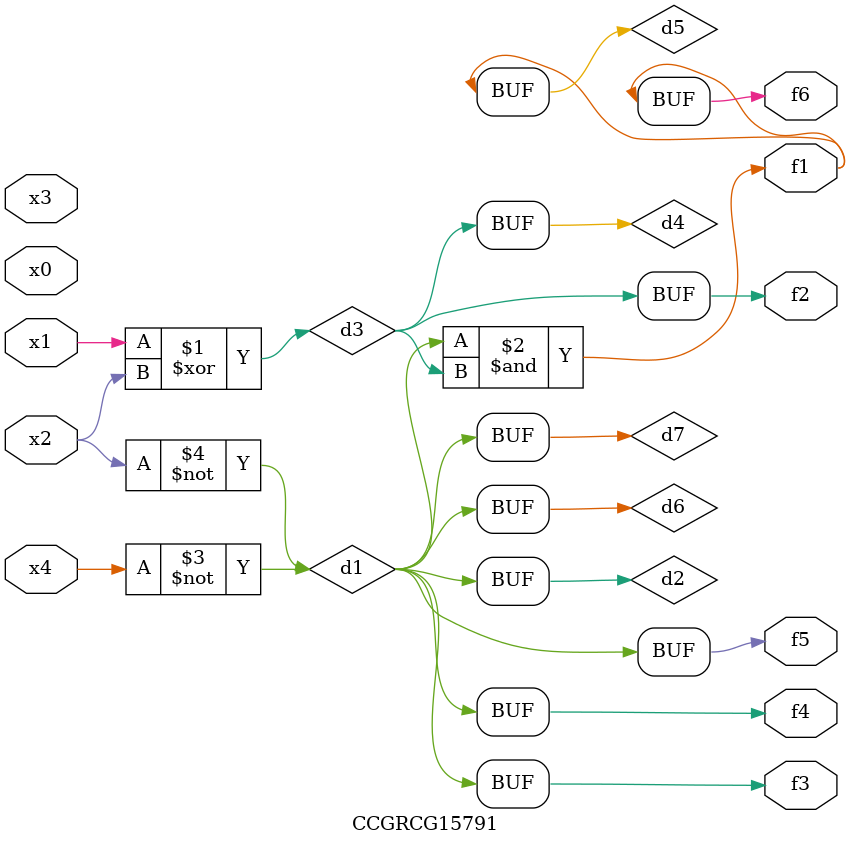
<source format=v>
module CCGRCG15791(
	input x0, x1, x2, x3, x4,
	output f1, f2, f3, f4, f5, f6
);

	wire d1, d2, d3, d4, d5, d6, d7;

	not (d1, x4);
	not (d2, x2);
	xor (d3, x1, x2);
	buf (d4, d3);
	and (d5, d1, d3);
	buf (d6, d1, d2);
	buf (d7, d2);
	assign f1 = d5;
	assign f2 = d4;
	assign f3 = d7;
	assign f4 = d7;
	assign f5 = d7;
	assign f6 = d5;
endmodule

</source>
